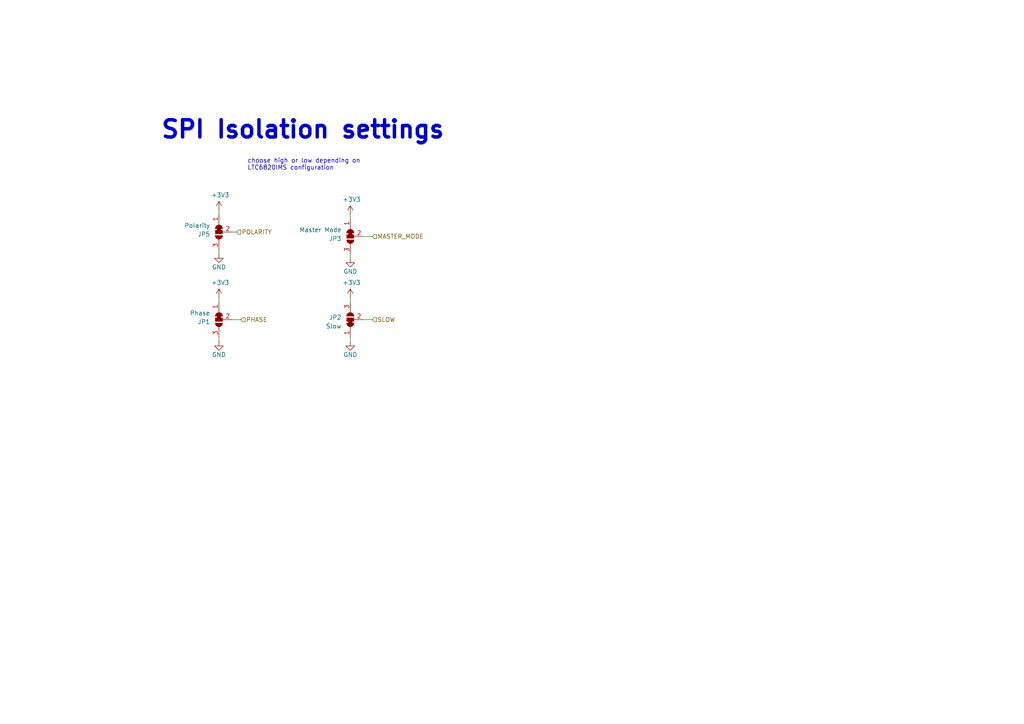
<source format=kicad_sch>
(kicad_sch (version 20230121) (generator eeschema)
  (paper "A4")
  (lib_symbols
    (symbol "Jumper:SolderJumper_3_Bridged12" (pin_names (offset 0) hide)
      (property "Reference" "JP" (at -2.54 -2.54 0))
      (property "Value" "SolderJumper_3_Bridged12" (at 0 2.794 0))
      (symbol "SolderJumper_3_Bridged12_0_1"
        (rectangle (start -1.016 0.508) (end -0.508 -0.508) (fill (type outline)))
        (arc (start -1.016 1.016) (mid -2.0276 0) (end -1.016 -1.016))
        (arc (start -1.016 1.016) (mid -2.0276 0) (end -1.016 -1.016) (fill (type outline)))
        (rectangle (start -0.508 1.016) (end 0.508 -1.016) (fill (type outline)))
        (polyline (pts (xy -2.54 0) (xy -2.032 0)))
        (polyline (pts (xy -1.016 1.016) (xy -1.016 -1.016)))
        (polyline (pts (xy 0 -1.27) (xy 0 -1.016)))
        (polyline (pts (xy 1.016 1.016) (xy 1.016 -1.016)))
        (polyline (pts (xy 2.54 0) (xy 2.032 0)))
        (arc (start 1.016 -1.016) (mid 2.0276 0) (end 1.016 1.016))
        (arc (start 1.016 -1.016) (mid 2.0276 0) (end 1.016 1.016) (fill (type outline)))
      )
      (symbol "SolderJumper_3_Bridged12_1_1"
        (pin passive line (at -5.08 0 0) (length 2.54) (name "A") (number "1"))
        (pin passive line (at 0 -3.81 90) (length 2.54) (name "C") (number "2"))
        (pin passive line (at 5.08 0 180) (length 2.54) (name "B") (number "3"))
      )
    )
    (symbol "power:+3.3V" (power) (pin_names (offset 0))
      (property "Value" "+3.3V" (at 0 3.556 0))
      (symbol "+3.3V_0_1"
        (polyline (pts (xy -0.762 1.27) (xy 0 2.54)))
        (polyline (pts (xy 0 0) (xy 0 2.54)))
        (polyline (pts (xy 0 2.54) (xy 0.762 1.27)))
      )
      (symbol "+3.3V_1_1"
        (pin power_in line (at 0 0 90) (length 0) hide (name "+3V3") (number "1"))
      )
    )
    (symbol "power:GND" (power) (pin_names (offset 0))
      (property "Value" "GND" (at 0 -3.81 0))
      (symbol "GND_0_1"
        (polyline (pts (xy 0 0) (xy 0 -1.27) (xy 1.27 -1.27) (xy 0 -2.54) (xy -1.27 -1.27) (xy 0 -1.27)))
      )
      (symbol "GND_1_1"
        (pin power_in line (at 0 0 270) (length 0) hide (name "GND") (number "1"))
      )
    )
  )
  (wire (pts (xy 68.58 67.31) (xy 67.31 67.31)))
  (wire (pts (xy 63.5 97.79) (xy 63.5 99.06)))
  (wire (pts (xy 105.41 68.58) (xy 107.95 68.58)))
  (wire (pts (xy 101.6 62.23) (xy 101.6 63.5)))
  (wire (pts (xy 67.31 92.71) (xy 69.85 92.71)))
  (wire (pts (xy 63.5 72.39) (xy 63.5 73.66)))
  (wire (pts (xy 105.41 92.71) (xy 107.95 92.71)))
  (wire (pts (xy 101.6 86.36) (xy 101.6 87.63)))
  (wire (pts (xy 63.5 86.36) (xy 63.5 87.63)))
  (wire (pts (xy 63.5 60.96) (xy 63.5 62.23)))
  (wire (pts (xy 101.6 97.79) (xy 101.6 99.06)))
  (wire (pts (xy 101.6 73.66) (xy 101.6 74.93)))
  (text "choose high or low depending on \nLTC6820IMS configuration" (at 71.755 49.53 0) (effects (font (size 1.27 1.27)) (justify left bottom)))
  (text "SPI Isolation settings" (at 46.355 40.64 0) (effects (font (size 5 5) (thickness 1) bold) (justify left bottom)))
  (hierarchical_label "POLARITY" (shape input) (at 68.58 67.31 0))
  (hierarchical_label "SLOW" (shape input) (at 107.95 92.71 0))
  (hierarchical_label "PHASE" (shape input) (at 69.85 92.71 0))
  (hierarchical_label "MASTER_MODE" (shape input) (at 107.95 68.58 0))
  (symbol (lib_id "Jumper:SolderJumper_3_Bridged12") (at 63.5 92.71 90) (mirror x) (unit 1)
    (property "Reference" "JP1" (at 60.96 93.345 90) (effects (justify left)))
    (property "Value" "Phase" (at 60.96 90.805 90) (effects (justify left)))
    (property "Footprint" "Jumper:SolderJumper-3_P1.3mm_Bridged12_RoundedPad1.0x1.5mm" (effects hide))
  )
  (symbol (lib_id "power:GND") (at 63.5 73.66 0) (unit 1)
    (property "Reference" "#PWR02" (effects hide))
    (property "Value" "GND" (at 63.5 77.47 0))
  )
  (symbol (lib_id "power:+3.3V") (at 101.6 62.23 0) (unit 1)
    (property "Reference" "#PWR06" (effects hide))
    (property "Value" "+3.3V" (at 101.981 57.8358 0))
  )
  (symbol (lib_id "Jumper:SolderJumper_3_Bridged12") (at 101.6 92.71 90) (unit 1)
    (property "Reference" "JP2" (at 99.06 92.075 90) (effects (justify left)))
    (property "Value" "Slow" (at 99.06 94.615 90) (effects (justify left)))
    (property "Footprint" "Jumper:SolderJumper-3_P1.3mm_Bridged12_RoundedPad1.0x1.5mm" (effects hide))
  )
  (symbol (lib_id "power:GND") (at 101.6 99.06 0) (unit 1)
    (property "Reference" "#PWR011" (effects hide))
    (property "Value" "GND" (at 101.6 102.87 0))
  )
  (symbol (lib_id "power:+3.3V") (at 101.6 86.36 0) (unit 1)
    (property "Reference" "#PWR010" (effects hide))
    (property "Value" "+3.3V" (at 101.981 81.9658 0))
  )
  (symbol (lib_id "Jumper:SolderJumper_3_Bridged12") (at 101.6 68.58 90) (mirror x) (unit 1)
    (property "Reference" "JP3" (at 99.06 69.215 90) (effects (justify left)))
    (property "Value" "Master Mode" (at 99.06 66.675 90) (effects (justify left)))
    (property "Footprint" "Jumper:SolderJumper-3_P1.3mm_Bridged12_RoundedPad1.0x1.5mm" (effects hide))
  )
  (symbol (lib_id "power:+3.3V") (at 63.5 86.36 0) (unit 1)
    (property "Reference" "#PWR04" (effects hide))
    (property "Value" "+3.3V" (at 63.881 81.9658 0))
  )
  (symbol (lib_id "power:GND") (at 101.6 74.93 0) (unit 1)
    (property "Reference" "#PWR07" (effects hide))
    (property "Value" "GND" (at 101.6 78.74 0))
  )
  (symbol (lib_id "power:+3.3V") (at 63.5 60.96 0) (unit 1)
    (property "Reference" "#PWR01" (effects hide))
    (property "Value" "+3.3V" (at 63.881 56.5658 0))
  )
  (symbol (lib_id "Jumper:SolderJumper_3_Bridged12") (at 63.5 67.31 90) (mirror x) (unit 1)
    (property "Reference" "JP5" (at 60.96 67.945 90) (effects (justify left)))
    (property "Value" "Polarity" (at 60.96 65.405 90) (effects (justify left)))
    (property "Footprint" "Jumper:SolderJumper-3_P1.3mm_Bridged12_RoundedPad1.0x1.5mm" (effects hide))
  )
  (symbol (lib_id "power:GND") (at 63.5 99.06 0) (unit 1)
    (property "Reference" "#PWR05" (effects hide))
    (property "Value" "GND" (at 63.5 102.87 0))
  )
)
</source>
